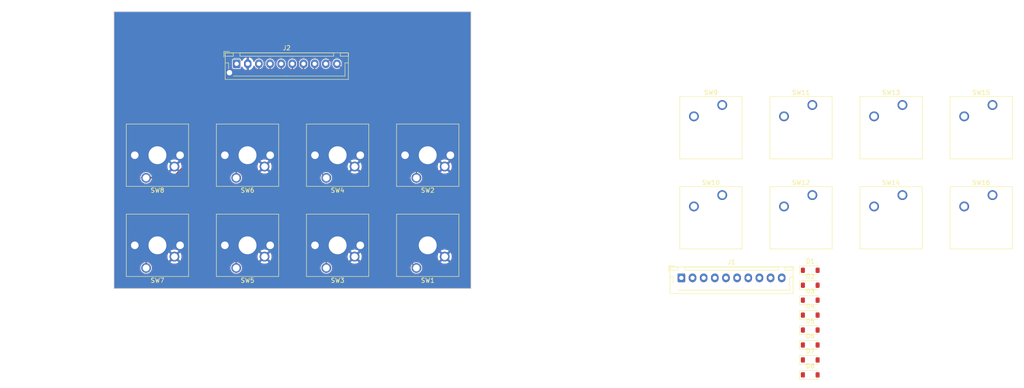
<source format=kicad_pcb>
(kicad_pcb (version 20221018) (generator pcbnew)
  (layers (0 "F.Cu" signal) (31 "B.Cu" signal) (34 "B.Paste" user) (35 "F.Paste" user) (36 "B.SilkS" user "B.Silkscreen") (37 "F.SilkS" user "F.Silkscreen") (38 "B.Mask" user) (39 "F.Mask" user) (44 "Edge.Cuts" user))
  (net 0 "")
  (net 1 "GND")
  (net 2 "Net-(J2-Pin_3)")
  (net 3 "Net-(J2-Pin_4)")
  (net 4 "Net-(D1-K)")
  (net 5 "Net-(D1-A)")
  (net 6 "Net-(D2-A)")
  (net 7 "Net-(D3-A)")
  (net 8 "Net-(D4-A)")
  (net 9 "Net-(D5-K)")
  (net 10 "Net-(D5-A)")
  (net 11 "Net-(D6-A)")
  (net 12 "Net-(D7-A)")
  (net 13 "Net-(D8-A)")
  (net 15 "Net-(J1-Pin_3)")
  (net 16 "Net-(J1-Pin_4)")
  (net 17 "Net-(J1-Pin_5)")
  (net 18 "Net-(J1-Pin_6)")
  (net 19 "Net-(J1-Pin_7)")
  (net 20 "Net-(J1-Pin_8)")
  (net 21 "Net-(J1-Pin_9)")
  (net 22 "Net-(J1-Pin_10)")
  (net 23 "Net-(J2-Pin_1)")
  (net 24 "Net-(J2-Pin_2)")
  (footprint "Connector_JST:JST_XH_B10B-XH-AM_1x10_P2.50mm_Vertical" (layer "F.Cu") (at 82.55 59.3)
    (fp_text reference "J2" (at 11.25 -3.55) (layer "F.SilkS"))
    (fp_text value "Switches")
    (fp_line (start -2.85 -2.75) (end -2.85 -1.5) (stroke (width 0.12)) (layer "F.SilkS"))
    (fp_line (start -2.56 -2.46) (end -2.56 3.51) (stroke (width 0.12)) (layer "F.SilkS"))
    (fp_line (start -2.56 3.51) (end 25.06 3.51) (stroke (width 0.12)) (layer "F.SilkS"))
    (fp_line (start -2.55 -2.45) (end -2.55 -1.7) (stroke (width 0.12)) (layer "F.SilkS"))
    (fp_line (start -2.55 -1.7) (end -0.75 -1.7) (stroke (width 0.12)) (layer "F.SilkS"))
    (fp_line (start -2.55 -0.2) (end -1.8 -0.2) (stroke (width 0.12)) (layer "F.SilkS"))
    (fp_line (start -1.8 -0.2) (end -1.8 1.14) (stroke (width 0.12)) (layer "F.SilkS"))
    (fp_line (start -1.6 -2.75) (end -2.85 -2.75) (stroke (width 0.12)) (layer "F.SilkS"))
    (fp_line (start -0.75 -2.45) (end -2.55 -2.45) (stroke (width 0.12)) (layer "F.SilkS"))
    (fp_line (start -0.75 -1.7) (end -0.75 -2.45) (stroke (width 0.12)) (layer "F.SilkS"))
    (fp_line (start 0.75 -2.45) (end 0.75 -1.7) (stroke (width 0.12)) (layer "F.SilkS"))
    (fp_line (start 0.75 -1.7) (end 21.75 -1.7) (stroke (width 0.12)) (layer "F.SilkS"))
    (fp_line (start 11.25 2.75) (end -0.74 2.75) (stroke (width 0.12)) (layer "F.SilkS"))
    (fp_line (start 21.75 -2.45) (end 0.75 -2.45) (stroke (width 0.12)) (layer "F.SilkS"))
    (fp_line (start 21.75 -1.7) (end 21.75 -2.45) (stroke (width 0.12)) (layer "F.SilkS"))
    (fp_line (start 23.25 -2.45) (end 23.25 -1.7) (stroke (width 0.12)) (layer "F.SilkS"))
    (fp_line (start 23.25 -1.7) (end 25.05 -1.7) (stroke (width 0.12)) (layer "F.SilkS"))
    (fp_line (start 24.3 -0.2) (end 24.3 2.75) (stroke (width 0.12)) (layer "F.SilkS"))
    (fp_line (start 24.3 2.75) (end 11.25 2.75) (stroke (width 0.12)) (layer "F.SilkS"))
    (fp_line (start 25.05 -2.45) (end 23.25 -2.45) (stroke (width 0.12)) (layer "F.SilkS"))
    (fp_line (start 25.05 -1.7) (end 25.05 -2.45) (stroke (width 0.12)) (layer "F.SilkS"))
    (fp_line (start 25.05 -0.2) (end 24.3 -0.2) (stroke (width 0.12)) (layer "F.SilkS"))
    (fp_line (start 25.06 -2.46) (end -2.56 -2.46) (stroke (width 0.12)) (layer "F.SilkS"))
    (fp_line (start 25.06 3.51) (end 25.06 -2.46) (stroke (width 0.12)) (layer "F.SilkS"))
    (pad "" np_thru_hole circle (at -1.6 2) (size 1.2 1.2) (drill 1.2) (layers "*.Cu" "*.Mask"))
    (pad "1" thru_hole roundrect (at 0 0) (size 1.7 1.95) (drill 0.95) (layers "*.Cu" "*.Mask") (roundrect_rratio 0.147059) (net 23 "Net-(J2-Pin_1)"))
    (pad "2" thru_hole oval (at 2.5 0) (size 1.7 1.95) (drill 0.95) (layers "*.Cu" "*.Mask") (net 24 "Net-(J2-Pin_2)"))
    (pad "3" thru_hole oval (at 5 0) (size 1.7 1.95) (drill 0.95) (layers "*.Cu" "*.Mask") (net 2 "Net-(J2-Pin_3)"))
    (pad "4" thru_hole oval (at 7.5 0) (size 1.7 1.95) (drill 0.95) (layers "*.Cu" "*.Mask") (net 3 "Net-(J2-Pin_4)"))
    (pad "5" thru_hole oval (at 10 0) (size 1.7 1.95) (drill 0.95) (layers "*.Cu" "*.Mask") (net 4 "Net-(D1-K)"))
    (pad "6" thru_hole oval (at 12.5 0) (size 1.7 1.95) (drill 0.95) (layers "*.Cu" "*.Mask") (net 9 "Net-(D5-K)"))
    (pad "7" thru_hole oval (at 15 0) (size 1.7 1.95) (drill 0.95) (layers "*.Cu" "*.Mask"))
    (pad "8" thru_hole oval (at 17.5 0) (size 1.7 1.95) (drill 0.95) (layers "*.Cu" "*.Mask"))
    (pad "9" thru_hole oval (at 20 0) (size 1.7 1.95) (drill 0.95) (layers "*.Cu" "*.Mask"))
    (pad "10" thru_hole oval (at 22.5 0) (size 1.7 1.95) (drill 0.95) (layers "*.Cu" "*.Mask"))
  )
  (footprint "Button_Switch_Keyboard:SW_Cherry_MX_1.00u_PCB" (layer "F.Cu") (at 231.835 88.745)
    (fp_text reference "SW14" (at -2.54 -2.794) (layer "F.SilkS"))
    (fp_text value "Rit")
    (fp_line (start -9.525 -1.905) (end 4.445 -1.905) (stroke (width 0.12)) (layer "F.SilkS"))
    (fp_line (start -9.525 12.065) (end -9.525 -1.905) (stroke (width 0.12)) (layer "F.SilkS"))
    (fp_line (start 4.445 -1.905) (end 4.445 12.065) (stroke (width 0.12)) (layer "F.SilkS"))
    (fp_line (start 4.445 12.065) (end -9.525 12.065) (stroke (width 0.12)) (layer "F.SilkS"))
    (pad "" np_thru_hole circle (at -7.62 5.08) (size 1.7 1.7) (drill 1.7) (layers "*.Cu" "*.Mask"))
    (pad "" np_thru_hole circle (at -2.54 5.08) (size 4 4) (drill 4) (layers "*.Cu" "*.Mask"))
    (pad "" np_thru_hole circle (at 2.54 5.08) (size 1.7 1.7) (drill 1.7) (layers "*.Cu" "*.Mask"))
    (pad "1" thru_hole circle (at 0 0) (size 2.2 2.2) (drill 1.5) (layers "*.Cu" "*.Mask") (net 17 "Net-(J1-Pin_5)"))
    (pad "2" thru_hole circle (at -6.35 2.54) (size 2.2 2.2) (drill 1.5) (layers "*.Cu" "*.Mask") (net 1 "GND"))
  )
  (footprint "Diode_SMD:D_SOD-123" (layer "F.Cu") (at 211.165 112.3)
    (fp_text reference "D3" (at 0 -2) (layer "F.SilkS"))
    (fp_text value "1N4148W")
    (fp_line (start -2.36 -1) (end -2.36 1) (stroke (width 0.12)) (layer "F.SilkS"))
    (fp_line (start -2.36 -1) (end 1.65 -1) (stroke (width 0.12)) (layer "F.SilkS"))
    (fp_line (start -2.36 1) (end 1.65 1) (stroke (width 0.12)) (layer "F.SilkS"))
    (pad "1" smd roundrect (at -1.65 0) (size 0.9 1.2) (layers "F.Cu" "F.Paste" "F.Mask") (net 4 "Net-(D1-K)"))
    (pad "2" smd roundrect (at 1.65 0) (size 0.9 1.2) (layers "F.Cu" "F.Paste" "F.Mask") (net 7 "Net-(D3-A)"))
  )
  (footprint "Button_Switch_Keyboard:SW_Cherry_MX_1.00u_PCB" (layer "F.Cu") (at 191.435 88.745)
    (fp_text reference "SW10" (at -2.54 -2.794) (layer "F.SilkS"))
    (fp_text value "Split")
    (fp_line (start -9.525 -1.905) (end 4.445 -1.905) (stroke (width 0.12)) (layer "F.SilkS"))
    (fp_line (start -9.525 12.065) (end -9.525 -1.905) (stroke (width 0.12)) (layer "F.SilkS"))
    (fp_line (start 4.445 -1.905) (end 4.445 12.065) (stroke (width 0.12)) (layer "F.SilkS"))
    (fp_line (start 4.445 12.065) (end -9.525 12.065) (stroke (width 0.12)) (layer "F.SilkS"))
    (pad "" np_thru_hole circle (at -7.62 5.08) (size 1.7 1.7) (drill 1.7) (layers "*.Cu" "*.Mask"))
    (pad "" np_thru_hole circle (at -2.54 5.08) (size 4 4) (drill 4) (layers "*.Cu" "*.Mask"))
    (pad "" np_thru_hole circle (at 2.54 5.08) (size 1.7 1.7) (drill 1.7) (layers "*.Cu" "*.Mask"))
    (pad "1" thru_hole circle (at 0 0) (size 2.2 2.2) (drill 1.5) (layers "*.Cu" "*.Mask") (net 21 "Net-(J1-Pin_9)"))
    (pad "2" thru_hole circle (at -6.35 2.54) (size 2.2 2.2) (drill 1.5) (layers "*.Cu" "*.Mask") (net 1 "GND"))
  )
  (footprint "Button_Switch_Keyboard:SW_Cherry_MX_1.00u_PCB" (layer "F.Cu") (at 102.66 105.08 180)
    (fp_text reference "SW3" (at -2.54 -2.794) (layer "F.SilkS"))
    (fp_text value "Mode")
    (fp_line (start -9.525 -1.905) (end 4.445 -1.905) (stroke (width 0.12)) (layer "F.SilkS"))
    (fp_line (start -9.525 12.065) (end -9.525 -1.905) (stroke (width 0.12)) (layer "F.SilkS"))
    (fp_line (start 4.445 -1.905) (end 4.445 12.065) (stroke (width 0.12)) (layer "F.SilkS"))
    (fp_line (start 4.445 12.065) (end -9.525 12.065) (stroke (width 0.12)) (layer "F.SilkS"))
    (pad "" np_thru_hole circle (at -7.62 5.08 180) (size 1.7 1.7) (drill 1.7) (layers "*.Cu" "*.Mask"))
    (pad "" np_thru_hole circle (at -2.54 5.08 180) (size 4 4) (drill 4) (layers "*.Cu" "*.Mask"))
    (pad "" np_thru_hole circle (at 2.54 5.08 180) (size 1.7 1.7) (drill 1.7) (layers "*.Cu" "*.Mask"))
    (pad "1" thru_hole circle (at 0 0 180) (size 2.2 2.2) (drill 1.5) (layers "*.Cu" "*.Mask") (net 2 "Net-(J2-Pin_3)"))
    (pad "2" thru_hole circle (at -6.35 2.54 180) (size 2.2 2.2) (drill 1.5) (layers "*.Cu" "*.Mask") (net 7 "Net-(D3-A)"))
  )
  (footprint "Diode_SMD:D_SOD-123" (layer "F.Cu") (at 211.165 119)
    (fp_text reference "D5" (at 0 -2) (layer "F.SilkS"))
    (fp_text value "1N4148W")
    (fp_line (start -2.36 -1) (end -2.36 1) (stroke (width 0.12)) (layer "F.SilkS"))
    (fp_line (start -2.36 -1) (end 1.65 -1) (stroke (width 0.12)) (layer "F.SilkS"))
    (fp_line (start -2.36 1) (end 1.65 1) (stroke (width 0.12)) (layer "F.SilkS"))
    (pad "1" smd roundrect (at -1.65 0) (size 0.9 1.2) (layers "F.Cu" "F.Paste" "F.Mask") (net 9 "Net-(D5-K)"))
    (pad "2" smd roundrect (at 1.65 0) (size 0.9 1.2) (layers "F.Cu" "F.Paste" "F.Mask") (net 10 "Net-(D5-A)"))
  )
  (footprint "Button_Switch_Keyboard:SW_Cherry_MX_1.00u_PCB" (layer "F.Cu") (at 211.635 68.545)
    (fp_text reference "SW11" (at -2.54 -2.794) (layer "F.SilkS"))
    (fp_text value "Mode")
    (fp_line (start -9.525 -1.905) (end 4.445 -1.905) (stroke (width 0.12)) (layer "F.SilkS"))
    (fp_line (start -9.525 12.065) (end -9.525 -1.905) (stroke (width 0.12)) (layer "F.SilkS"))
    (fp_line (start 4.445 -1.905) (end 4.445 12.065) (stroke (width 0.12)) (layer "F.SilkS"))
    (fp_line (start 4.445 12.065) (end -9.525 12.065) (stroke (width 0.12)) (layer "F.SilkS"))
    (pad "" np_thru_hole circle (at -7.62 5.08) (size 1.7 1.7) (drill 1.7) (layers "*.Cu" "*.Mask"))
    (pad "" np_thru_hole circle (at -2.54 5.08) (size 4 4) (drill 4) (layers "*.Cu" "*.Mask"))
    (pad "" np_thru_hole circle (at 2.54 5.08) (size 1.7 1.7) (drill 1.7) (layers "*.Cu" "*.Mask"))
    (pad "1" thru_hole circle (at 0 0) (size 2.2 2.2) (drill 1.5) (layers "*.Cu" "*.Mask") (net 20 "Net-(J1-Pin_8)"))
    (pad "2" thru_hole circle (at -6.35 2.54) (size 2.2 2.2) (drill 1.5) (layers "*.Cu" "*.Mask") (net 1 "GND"))
  )
  (footprint "Button_Switch_Keyboard:SW_Cherry_MX_1.00u_Plate" (layer "F.Cu") (at 191.435 68.545)
    (fp_text reference "SW9" (at -2.54 -2.794) (layer "F.SilkS"))
    (fp_text value "Generic")
    (fp_line (start -9.525 -1.905) (end 4.445 -1.905) (stroke (width 0.12)) (layer "F.SilkS"))
    (fp_line (start -9.525 12.065) (end -9.525 -1.905) (stroke (width 0.12)) (layer "F.SilkS"))
    (fp_line (start 4.445 -1.905) (end 4.445 12.065) (stroke (width 0.12)) (layer "F.SilkS"))
    (fp_line (start 4.445 12.065) (end -9.525 12.065) (stroke (width 0.12)) (layer "F.SilkS"))
    (pad "" np_thru_hole circle (at -2.54 5.08) (size 4 4) (drill 4) (layers "*.Cu" "*.Mask"))
    (pad "1" thru_hole circle (at 0 0) (size 2.2 2.2) (drill 1.5) (layers "*.Cu" "*.Mask") (net 22 "Net-(J1-Pin_10)"))
    (pad "2" thru_hole circle (at -6.35 2.54) (size 2.2 2.2) (drill 1.5) (layers "*.Cu" "*.Mask") (net 1 "GND"))
  )
  (footprint "Button_Switch_Keyboard:SW_Cherry_MX_1.00u_PCB" (layer "F.Cu") (at 231.835 68.545)
    (fp_text reference "SW13" (at -2.54 -2.794) (layer "F.SilkS"))
    (fp_text value "Cycle Memory")
    (fp_line (start -9.525 -1.905) (end 4.445 -1.905) (stroke (width 0.12)) (layer "F.SilkS"))
    (fp_line (start -9.525 12.065) (end -9.525 -1.905) (stroke (width 0.12)) (layer "F.SilkS"))
    (fp_line (start 4.445 -1.905) (end 4.445 12.065) (stroke (width 0.12)) (layer "F.SilkS"))
    (fp_line (start 4.445 12.065) (end -9.525 12.065) (stroke (width 0.12)) (layer "F.SilkS"))
    (pad "" np_thru_hole circle (at -7.62 5.08) (size 1.7 1.7) (drill 1.7) (layers "*.Cu" "*.Mask"))
    (pad "" np_thru_hole circle (at -2.54 5.08) (size 4 4) (drill 4) (layers "*.Cu" "*.Mask"))
    (pad "" np_thru_hole circle (at 2.54 5.08) (size 1.7 1.7) (drill 1.7) (layers "*.Cu" "*.Mask"))
    (pad "1" thru_hole circle (at 0 0) (size 2.2 2.2) (drill 1.5) (layers "*.Cu" "*.Mask") (net 18 "Net-(J1-Pin_6)"))
    (pad "2" thru_hole circle (at -6.35 2.54) (size 2.2 2.2) (drill 1.5) (layers "*.Cu" "*.Mask") (net 1 "GND"))
  )
  (footprint "Diode_SMD:D_SOD-123" (layer "F.Cu") (at 211.165 105.6)
    (fp_text reference "D1" (at 0 -2) (layer "F.SilkS"))
    (fp_text value "1N4148W")
    (fp_line (start -2.36 -1) (end -2.36 1) (stroke (width 0.12)) (layer "F.SilkS"))
    (fp_line (start -2.36 -1) (end 1.65 -1) (stroke (width 0.12)) (layer "F.SilkS"))
    (fp_line (start -2.36 1) (end 1.65 1) (stroke (width 0.12)) (layer "F.SilkS"))
    (pad "1" smd roundrect (at -1.65 0) (size 0.9 1.2) (layers "F.Cu" "F.Paste" "F.Mask") (net 4 "Net-(D1-K)"))
    (pad "2" smd roundrect (at 1.65 0) (size 0.9 1.2) (layers "F.Cu" "F.Paste" "F.Mask") (net 5 "Net-(D1-A)"))
  )
  (footprint "Button_Switch_Keyboard:SW_Cherry_MX_1.00u_PCB" (layer "F.Cu") (at 102.66 84.88 180)
    (fp_text reference "SW4" (at -2.54 -2.794) (layer "F.SilkS"))
    (fp_text value "Xit")
    (fp_line (start -9.525 -1.905) (end 4.445 -1.905) (stroke (width 0.12)) (layer "F.SilkS"))
    (fp_line (start -9.525 12.065) (end -9.525 -1.905) (stroke (width 0.12)) (layer "F.SilkS"))
    (fp_line (start 4.445 -1.905) (end 4.445 12.065) (stroke (width 0.12)) (layer "F.SilkS"))
    (fp_line (start 4.445 12.065) (end -9.525 12.065) (stroke (width 0.12)) (layer "F.SilkS"))
    (pad "" np_thru_hole circle (at -7.62 5.08 180) (size 1.7 1.7) (drill 1.7) (layers "*.Cu" "*.Mask"))
    (pad "" np_thru_hole circle (at -2.54 5.08 180) (size 4 4) (drill 4) (layers "*.Cu" "*.Mask"))
    (pad "" np_thru_hole circle (at 2.54 5.08 180) (size 1.7 1.7) (drill 1.7) (layers "*.Cu" "*.Mask"))
    (pad "1" thru_hole circle (at 0 0 180) (size 2.2 2.2) (drill 1.5) (layers "*.Cu" "*.Mask") (net 3 "Net-(J2-Pin_4)"))
    (pad "2" thru_hole circle (at -6.35 2.54 180) (size 2.2 2.2) (drill 1.5) (layers "*.Cu" "*.Mask") (net 8 "Net-(D4-A)"))
  )
  (footprint "Button_Switch_Keyboard:SW_Cherry_MX_1.00u_Plate" (layer "F.Cu") (at 122.86 105.08 180)
    (fp_text reference "SW1" (at -2.54 -2.794) (layer "F.SilkS"))
    (fp_text value "Generic")
    (fp_line (start -9.525 -1.905) (end 4.445 -1.905) (stroke (width 0.12)) (layer "F.SilkS"))
    (fp_line (start -9.525 12.065) (end -9.525 -1.905) (stroke (width 0.12)) (layer "F.SilkS"))
    (fp_line (start 4.445 -1.905) (end 4.445 12.065) (stroke (width 0.12)) (layer "F.SilkS"))
    (fp_line (start 4.445 12.065) (end -9.525 12.065) (stroke (width 0.12)) (layer "F.SilkS"))
    (pad "" np_thru_hole circle (at -2.54 5.08 180) (size 4 4) (drill 4) (layers "*.Cu" "*.Mask"))
    (pad "1" thru_hole circle (at 0 0 180) (size 2.2 2.2) (drill 1.5) (layers "*.Cu" "*.Mask") (net 23 "Net-(J2-Pin_1)"))
    (pad "2" thru_hole circle (at -6.35 2.54 180) (size 2.2 2.2) (drill 1.5) (layers "*.Cu" "*.Mask") (net 5 "Net-(D1-A)"))
  )
  (footprint "Button_Switch_Keyboard:SW_Cherry_MX_1.00u_PCB" (layer "F.Cu") (at 62.26 105.08 180)
    (fp_text reference "SW7" (at -2.54 -2.794) (layer "F.SilkS"))
    (fp_text value "Band")
    (fp_line (start -9.525 -1.905) (end 4.445 -1.905) (stroke (width 0.12)) (layer "F.SilkS"))
    (fp_line (start -9.525 12.065) (end -9.525 -1.905) (stroke (width 0.12)) (layer "F.SilkS"))
    (fp_line (start 4.445 -1.905) (end 4.445 12.065) (stroke (width 0.12)) (layer "F.SilkS"))
    (fp_line (start 4.445 12.065) (end -9.525 12.065) (stroke (width 0.12)) (layer "F.SilkS"))
    (pad "" np_thru_hole circle (at -7.62 5.08 180) (size 1.7 1.7) (drill 1.7) (layers "*.Cu" "*.Mask"))
    (pad "" np_thru_hole circle (at -2.54 5.08 180) (size 4 4) (drill 4) (layers "*.Cu" "*.Mask"))
    (pad "" np_thru_hole circle (at 2.54 5.08 180) (size 1.7 1.7) (drill 1.7) (layers "*.Cu" "*.Mask"))
    (pad "1" thru_hole circle (at 0 0 180) (size 2.2 2.2) (drill 1.5) (layers "*.Cu" "*.Mask") (net 2 "Net-(J2-Pin_3)"))
    (pad "2" thru_hole circle (at -6.35 2.54 180) (size 2.2 2.2) (drill 1.5) (layers "*.Cu" "*.Mask") (net 12 "Net-(D7-A)"))
  )
  (footprint "Button_Switch_Keyboard:SW_Cherry_MX_1.00u_PCB" (layer "F.Cu") (at 252.035 68.545)
    (fp_text reference "SW15" (at -2.54 -2.794) (layer "F.SilkS"))
    (fp_text value "Band")
    (fp_line (start -9.525 -1.905) (end 4.445 -1.905) (stroke (width 0.12)) (layer "F.SilkS"))
    (fp_line (start -9.525 12.065) (end -9.525 -1.905) (stroke (width 0.12)) (layer "F.SilkS"))
    (fp_line (start 4.445 -1.905) (end 4.445 12.065) (stroke (width 0.12)) (layer "F.SilkS"))
    (fp_line (start 4.445 12.065) (end -9.525 12.065) (stroke (width 0.12)) (layer "F.SilkS"))
    (pad "" np_thru_hole circle (at -7.62 5.08) (size 1.7 1.7) (drill 1.7) (layers "*.Cu" "*.Mask"))
    (pad "" np_thru_hole circle (at -2.54 5.08) (size 4 4) (drill 4) (layers "*.Cu" "*.Mask"))
    (pad "" np_thru_hole circle (at 2.54 5.08) (size 1.7 1.7) (drill 1.7) (layers "*.Cu" "*.Mask"))
    (pad "1" thru_hole circle (at 0 0) (size 2.2 2.2) (drill 1.5) (layers "*.Cu" "*.Mask") (net 16 "Net-(J1-Pin_4)"))
    (pad "2" thru_hole circle (at -6.35 2.54) (size 2.2 2.2) (drill 1.5) (layers "*.Cu" "*.Mask") (net 1 "GND"))
  )
  (footprint "Button_Switch_Keyboard:SW_Cherry_MX_1.00u_PCB" (layer "F.Cu") (at 122.86 84.88 180)
    (fp_text reference "SW2" (at -2.54 -2.794) (layer "F.SilkS"))
    (fp_text value "Split")
    (fp_line (start -9.525 -1.905) (end 4.445 -1.905) (stroke (width 0.12)) (layer "F.SilkS"))
    (fp_line (start -9.525 12.065) (end -9.525 -1.905) (stroke (width 0.12)) (layer "F.SilkS"))
    (fp_line (start 4.445 -1.905) (end 4.445 12.065) (stroke (width 0.12)) (layer "F.SilkS"))
    (fp_line (start 4.445 12.065) (end -9.525 12.065) (stroke (width 0.12)) (layer "F.SilkS"))
    (pad "" np_thru_hole circle (at -7.62 5.08 180) (size 1.7 1.7) (drill 1.7) (layers "*.Cu" "*.Mask"))
    (pad "" np_thru_hole circle (at -2.54 5.08 180) (size 4 4) (drill 4) (layers "*.Cu" "*.Mask"))
    (pad "" np_thru_hole circle (at 2.54 5.08 180) (size 1.7 1.7) (drill 1.7) (layers "*.Cu" "*.Mask"))
    (pad "1" thru_hole circle (at 0 0 180) (size 2.2 2.2) (drill 1.5) (layers "*.Cu" "*.Mask") (net 24 "Net-(J2-Pin_2)"))
    (pad "2" thru_hole circle (at -6.35 2.54 180) (size 2.2 2.2) (drill 1.5) (layers "*.Cu" "*.Mask") (net 6 "Net-(D2-A)"))
  )
  (footprint "Button_Switch_Keyboard:SW_Cherry_MX_1.00u_PCB" (layer "F.Cu") (at 82.46 105.08 180)
    (fp_text reference "SW5" (at -2.54 -2.794) (layer "F.SilkS"))
    (fp_text value "Cycle Memory")
    (fp_line (start -9.525 -1.905) (end 4.445 -1.905) (stroke (width 0.12)) (layer "F.SilkS"))
    (fp_line (start -9.525 12.065) (end -9.525 -1.905) (stroke (width 0.12)) (layer "F.SilkS"))
    (fp_line (start 4.445 -1.905) (end 4.445 12.065) (stroke (width 0.12)) (layer "F.SilkS"))
    (fp_line (start 4.445 12.065) (end -9.525 12.065) (stroke (width 0.12)) (layer "F.SilkS"))
    (pad "" np_thru_hole circle (at -7.62 5.08 180) (size 1.7 1.7) (drill 1.7) (layers "*.Cu" "*.Mask"))
    (pad "" np_thru_hole circle (at -2.54 5.08 180) (size 4 4) (drill 4) (layers "*.Cu" "*.Mask"))
    (pad "" np_thru_hole circle (at 2.54 5.08 180) (size 1.7 1.7) (drill 1.7) (layers "*.Cu" "*.Mask"))
    (pad "1" thru_hole circle (at 0 0 180) (size 2.2 2.2) (drill 1.5) (layers "*.Cu" "*.Mask") (net 23 "Net-(J2-Pin_1)"))
    (pad "2" thru_hole circle (at -6.35 2.54 180) (size 2.2 2.2) (drill 1.5) (layers "*.Cu" "*.Mask") (net 10 "Net-(D5-A)"))
  )
  (footprint "Button_Switch_Keyboard:SW_Cherry_MX_1.00u_PCB" (layer "F.Cu") (at 252.035 88.745)
    (fp_text reference "SW16" (at -2.54 -2.794) (layer "F.SilkS"))
    (fp_text value "On/Off")
    (fp_line (start -9.525 -1.905) (end 4.445 -1.905) (stroke (width 0.12)) (layer "F.SilkS"))
    (fp_line (start -9.525 12.065) (end -9.525 -1.905) (stroke (width 0.12)) (layer "F.SilkS"))
    (fp_line (start 4.445 -1.905) (end 4.445 12.065) (stroke (width 0.12)) (layer "F.SilkS"))
    (fp_line (start 4.445 12.065) (end -9.525 12.065) (stroke (width 0.12)) (layer "F.SilkS"))
    (pad "" np_thru_hole circle (at -7.62 5.08) (size 1.7 1.7) (drill 1.7) (layers "*.Cu" "*.Mask"))
    (pad "" np_thru_hole circle (at -2.54 5.08) (size 4 4) (drill 4) (layers "*.Cu" "*.Mask"))
    (pad "" np_thru_hole circle (at 2.54 5.08) (size 1.7 1.7) (drill 1.7) (layers "*.Cu" "*.Mask"))
    (pad "1" thru_hole circle (at 0 0) (size 2.2 2.2) (drill 1.5) (layers "*.Cu" "*.Mask") (net 15 "Net-(J1-Pin_3)"))
    (pad "2" thru_hole circle (at -6.35 2.54) (size 2.2 2.2) (drill 1.5) (layers "*.Cu" "*.Mask") (net 1 "GND"))
  )
  (footprint "Diode_SMD:D_SOD-123" (layer "F.Cu") (at 211.165 108.95)
    (fp_text reference "D2" (at 0 -2) (layer "F.SilkS"))
    (fp_text value "1N4148W")
    (fp_line (start -2.36 -1) (end -2.36 1) (stroke (width 0.12)) (layer "F.SilkS"))
    (fp_line (start -2.36 -1) (end 1.65 -1) (stroke (width 0.12)) (layer "F.SilkS"))
    (fp_line (start -2.36 1) (end 1.65 1) (stroke (width 0.12)) (layer "F.SilkS"))
    (pad "1" smd roundrect (at -1.65 0) (size 0.9 1.2) (layers "F.Cu" "F.Paste" "F.Mask") (net 4 "Net-(D1-K)"))
    (pad "2" smd roundrect (at 1.65 0) (size 0.9 1.2) (layers "F.Cu" "F.Paste" "F.Mask") (net 6 "Net-(D2-A)"))
  )
  (footprint "Button_Switch_Keyboard:SW_Cherry_MX_1.00u_PCB" (layer "F.Cu") (at 82.46 84.88 180)
    (fp_text reference "SW6" (at -2.54 -2.794) (layer "F.SilkS"))
    (fp_text value "Rit")
    (fp_line (start -9.525 -1.905) (end 4.445 -1.905) (stroke (width 0.12)) (layer "F.SilkS"))
    (fp_line (start -9.525 12.065) (end -9.525 -1.905) (stroke (width 0.12)) (layer "F.SilkS"))
    (fp_line (start 4.445 -1.905) (end 4.445 12.065) (stroke (width 0.12)) (layer "F.SilkS"))
    (fp_line (start 4.445 12.065) (end -9.525 12.065) (stroke (width 0.12)) (layer "F.SilkS"))
    (pad "" np_thru_hole circle (at -7.62 5.08 180) (size 1.7 1.7) (drill 1.7) (layers "*.Cu" "*.Mask"))
    (pad "" np_thru_hole circle (at -2.54 5.08 180) (size 4 4) (drill 4) (layers "*.Cu" "*.Mask"))
    (pad "" np_thru_hole circle (at 2.54 5.08 180) (size 1.7 1.7) (drill 1.7) (layers "*.Cu" "*.Mask"))
    (pad "1" thru_hole circle (at 0 0 180) (size 2.2 2.2) (drill 1.5) (layers "*.Cu" "*.Mask") (net 24 "Net-(J2-Pin_2)"))
    (pad "2" thru_hole circle (at -6.35 2.54 180) (size 2.2 2.2) (drill 1.5) (layers "*.Cu" "*.Mask") (net 11 "Net-(D6-A)"))
  )
  (footprint "Diode_SMD:D_SOD-123" (layer "F.Cu") (at 211.165 125.7)
    (fp_text reference "D7" (at 0 -2) (layer "F.SilkS"))
    (fp_text value "1N4148W")
    (fp_line (start -2.36 -1) (end -2.36 1) (stroke (width 0.12)) (layer "F.SilkS"))
    (fp_line (start -2.36 -1) (end 1.65 -1) (stroke (width 0.12)) (layer "F.SilkS"))
    (fp_line (start -2.36 1) (end 1.65 1) (stroke (width 0.12)) (layer "F.SilkS"))
    (pad "1" smd roundrect (at -1.65 0) (size 0.9 1.2) (layers "F.Cu" "F.Paste" "F.Mask") (net 9 "Net-(D5-K)"))
    (pad "2" smd roundrect (at 1.65 0) (size 0.9 1.2) (layers "F.Cu" "F.Paste" "F.Mask") (net 12 "Net-(D7-A)"))
  )
  (footprint "Diode_SMD:D_SOD-123" (layer "F.Cu") (at 211.165 122.35)
    (fp_text reference "D6" (at 0 -2) (layer "F.SilkS"))
    (fp_text value "1N4148W")
    (fp_line (start -2.36 -1) (end -2.36 1) (stroke (width 0.12)) (layer "F.SilkS"))
    (fp_line (start -2.36 -1) (end 1.65 -1) (stroke (width 0.12)) (layer "F.SilkS"))
    (fp_line (start -2.36 1) (end 1.65 1) (stroke (width 0.12)) (layer "F.SilkS"))
    (pad "1" smd roundrect (at -1.65 0) (size 0.9 1.2) (layers "F.Cu" "F.Paste" "F.Mask") (net 9 "Net-(D5-K)"))
    (pad "2" smd roundrect (at 1.65 0) (size 0.9 1.2) (layers "F.Cu" "F.Paste" "F.Mask") (net 11 "Net-(D6-A)"))
  )
  (footprint "Diode_SMD:D_SOD-123" (layer "F.Cu") (at 211.165 129.05)
    (fp_text reference "D8" (at 0 -2) (layer "F.SilkS"))
    (fp_text value "1N4148W")
    (fp_line (start -2.36 -1) (end -2.36 1) (stroke (width 0.12)) (layer "F.SilkS"))
    (fp_line (start -2.36 -1) (end 1.65 -1) (stroke (width 0.12)) (layer "F.SilkS"))
    (fp_line (start -2.36 1) (end 1.65 1) (stroke (width 0.12)) (layer "F.SilkS"))
    (pad "1" smd roundrect (at -1.65 0) (size 0.9 1.2) (layers "F.Cu" "F.Paste" "F.Mask") (net 9 "Net-(D5-K)"))
    (pad "2" smd roundrect (at 1.65 0) (size 0.9 1.2) (layers "F.Cu" "F.Paste" "F.Mask") (net 13 "Net-(D8-A)"))
  )
  (footprint "Button_Switch_Keyboard:SW_Cherry_MX_1.00u_PCB" (layer "F.Cu") (at 211.635 88.745)
    (fp_text reference "SW12" (at -2.54 -2.794) (layer "F.SilkS"))
    (fp_text value "Xit")
    (fp_line (start -9.525 -1.905) (end 4.445 -1.905) (stroke (width 0.12)) (layer "F.SilkS"))
    (fp_line (start -9.525 12.065) (end -9.525 -1.905) (stroke (width 0.12)) (layer "F.SilkS"))
    (fp_line (start 4.445 -1.905) (end 4.445 12.065) (stroke (width 0.12)) (layer "F.SilkS"))
    (fp_line (start 4.445 12.065) (end -9.525 12.065) (stroke (width 0.12)) (layer "F.SilkS"))
    (pad "" np_thru_hole circle (at -7.62 5.08) (size 1.7 1.7) (drill 1.7) (layers "*.Cu" "*.Mask"))
    (pad "" np_thru_hole circle (at -2.54 5.08) (size 4 4) (drill 4) (layers "*.Cu" "*.Mask"))
    (pad "" np_thru_hole circle (at 2.54 5.08) (size 1.7 1.7) (drill 1.7) (layers "*.Cu" "*.Mask"))
    (pad "1" thru_hole circle (at 0 0) (size 2.2 2.2) (drill 1.5) (layers "*.Cu" "*.Mask") (net 19 "Net-(J1-Pin_7)"))
    (pad "2" thru_hole circle (at -6.35 2.54) (size 2.2 2.2) (drill 1.5) (layers "*.Cu" "*.Mask") (net 1 "GND"))
  )
  (footprint "Connector_JST:JST_XH_B10B-XH-AM_1x10_P2.50mm_Vertical" (layer "F.Cu") (at 182.27 107.3)
    (fp_text reference "J1" (at 11.25 -3.55) (layer "F.SilkS"))
    (fp_text value "Switches")
    (fp_line (start -2.85 -2.75) (end -2.85 -1.5) (stroke (width 0.12)) (layer "F.SilkS"))
    (fp_line (start -2.56 -2.46) (end -2.56 3.51) (stroke (width 0.12)) (layer "F.SilkS"))
    (fp_line (start -2.56 3.51) (end 25.06 3.51) (stroke (width 0.12)) (layer "F.SilkS"))
    (fp_line (start -2.55 -2.45) (end -2.55 -1.7) (stroke (width 0.12)) (layer "F.SilkS"))
    (fp_line (start -2.55 -1.7) (end -0.75 -1.7) (stroke (width 0.12)) (layer "F.SilkS"))
    (fp_line (start -2.55 -0.2) (end -1.8 -0.2) (stroke (width 0.12)) (layer "F.SilkS"))
    (fp_line (start -1.8 -0.2) (end -1.8 1.14) (stroke (width 0.12)) (layer "F.SilkS"))
    (fp_line (start -1.6 -2.75) (end -2.85 -2.75) (stroke (width 0.12)) (layer "F.SilkS"))
    (fp_line (start -0.75 -2.45) (end -2.55 -2.45) (stroke (width 0.12)) (layer "F.SilkS"))
    (fp_line (start -0.75 -1.7) (end -0.75 -2.45) (stroke (width 0.12)) (layer "F.SilkS"))
    (fp_line (start 0.75 -2.45) (end 0.75 -1.7) (stroke (width 0.12)) (layer "F.SilkS"))
    (fp_line (start 0.75 -1.7) (end 21.75 -1.7) (stroke (width 0.12)) (layer "F.SilkS"))
    (fp_line (start 11.25 2.75) (end -0.74 2.75) (stroke (width 0.12)) (layer "F.SilkS"))
    (fp_line (start 21.75 -2.45) (end 0.75 -2.45) (stroke (width 0.12)) (layer "F.SilkS"))
    (fp_line (start 21.75 -1.7) (end 21.75 -2.45) (stroke (width 0.12)) (layer "F.SilkS"))
    (fp_line (start 23.25 -2.45) (end 23.25 -1.7) (stroke (width 0.12)) (layer "F.SilkS"))
    (fp_line (start 23.25 -1.7) (end 25.05 -1.7) (stroke (width 0.12)) (layer "F.SilkS"))
    (fp_line (start 24.3 -0.2) (end 24.3 2.75) (stroke (width 0.12)) (layer "F.SilkS"))
    (fp_line (start 24.3 2.75) (end 11.25 2.75) (stroke (width 0.12)) (layer "F.SilkS"))
    (fp_line (start 25.05 -2.45) (end 23.25 -2.45) (stroke (width 0.12)) (layer "F.SilkS"))
    (fp_line (start 25.05 -1.7) (end 25.05 -2.45) (stroke (width 0.12)) (layer "F.SilkS"))
    (fp_line (start 25.05 -0.2) (end 24.3 -0.2) (stroke (width 0.12)) (layer "F.SilkS"))
    (fp_line (start 25.06 -2.46) (end -2.56 -2.46) (stroke (width 0.12)) (layer "F.SilkS"))
    (fp_line (start 25.06 3.51) (end 25.06 -2.46) (stroke (width 0.12)) (layer "F.SilkS"))
    (pad "" np_thru_hole circle (at -1.6 2) (size 1.2 1.2) (drill 1.2) (layers "*.Cu" "*.Mask"))
    (pad "1" thru_hole roundrect (at 0 0) (size 1.7 1.95) (drill 0.95) (layers "*.Cu" "*.Mask") (roundrect_rratio 0.147059))
    (pad "2" thru_hole oval (at 2.5 0) (size 1.7 1.95) (drill 0.95) (layers "*.Cu" "*.Mask") (net 1 "GND"))
    (pad "3" thru_hole oval (at 5 0) (size 1.7 1.95) (drill 0.95) (layers "*.Cu" "*.Mask") (net 15 "Net-(J1-Pin_3)"))
    (pad "4" thru_hole oval (at 7.5 0) (size 1.7 1.95) (drill 0.95) (layers "*.Cu" "*.Mask") (net 16 "Net-(J1-Pin_4)"))
    (pad "5" thru_hole oval (at 10 0) (size 1.7 1.95) (drill 0.95) (layers "*.Cu" "*.Mask") (net 17 "Net-(J1-Pin_5)"))
    (pad "6" thru_hole oval (at 12.5 0) (size 1.7 1.95) (drill 0.95) (layers "*.Cu" "*.Mask") (net 18 "Net-(J1-Pin_6)"))
    (pad "7" thru_hole oval (at 15 0) (size 1.7 1.95) (drill 0.95) (layers "*.Cu" "*.Mask") (net 19 "Net-(J1-Pin_7)"))
    (pad "8" thru_hole oval (at 17.5 0) (size 1.7 1.95) (drill 0.95) (layers "*.Cu" "*.Mask") (net 20 "Net-(J1-Pin_8)"))
    (pad "9" thru_hole oval (at 20 0) (size 1.7 1.95) (drill 0.95) (layers "*.Cu" "*.Mask") (net 21 "Net-(J1-Pin_9)"))
    (pad "10" thru_hole oval (at 22.5 0) (size 1.7 1.95) (drill 0.95) (layers "*.Cu" "*.Mask") (net 22 "Net-(J1-Pin_10)"))
  )
  (footprint "Button_Switch_Keyboard:SW_Cherry_MX_1.00u_PCB" (layer "F.Cu") (at 62.26 84.88 180)
    (fp_text reference "SW8" (at -2.54 -2.794) (layer "F.SilkS"))
    (fp_text value "On/Off")
    (fp_line (start -9.525 -1.905) (end 4.445 -1.905) (stroke (width 0.12)) (layer "F.SilkS"))
    (fp_line (start -9.525 12.065) (end -9.525 -1.905) (stroke (width 0.12)) (layer "F.SilkS"))
    (fp_line (start 4.445 -1.905) (end 4.445 12.065) (stroke (width 0.12)) (layer "F.SilkS"))
    (fp_line (start 4.445 12.065) (end -9.525 12.065) (stroke (width 0.12)) (layer "F.SilkS"))
    (pad "" np_thru_hole circle (at -7.62 5.08 180) (size 1.7 1.7) (drill 1.7) (layers "*.Cu" "*.Mask"))
    (pad "" np_thru_hole circle (at -2.54 5.08 180) (size 4 4) (drill 4) (layers "*.Cu" "*.Mask"))
    (pad "" np_thru_hole circle (at 2.54 5.08 180) (size 1.7 1.7) (drill 1.7) (layers "*.Cu" "*.Mask"))
    (pad "1" thru_hole circle (at 0 0 180) (size 2.2 2.2) (drill 1.5) (layers "*.Cu" "*.Mask") (net 3 "Net-(J2-Pin_4)"))
    (pad "2" thru_hole circle (at -6.35 2.54 180) (size 2.2 2.2) (drill 1.5) (layers "*.Cu" "*.Mask") (net 13 "Net-(D8-A)"))
  )
  (footprint "Diode_SMD:D_SOD-123" (layer "F.Cu") (at 211.165 115.65)
    (fp_text reference "D4" (at 0 -2) (layer "F.SilkS"))
    (fp_text value "1N4148W")
    (fp_line (start -2.36 -1) (end -2.36 1) (stroke (width 0.12)) (layer "F.SilkS"))
    (fp_line (start -2.36 -1) (end 1.65 -1) (stroke (width 0.12)) (layer "F.SilkS"))
    (fp_line (start -2.36 1) (end 1.65 1) (stroke (width 0.12)) (layer "F.SilkS"))
    (pad "1" smd roundrect (at -1.65 0) (size 0.9 1.2) (layers "F.Cu" "F.Paste" "F.Mask") (net 4 "Net-(D1-K)"))
    (pad "2" smd roundrect (at 1.65 0) (size 0.9 1.2) (layers "F.Cu" "F.Paste" "F.Mask") (net 8 "Net-(D4-A)"))
  )
  (gr_rect (start 55.05 47.6) (end 135.1 109.7) (stroke (width 0.15)) (fill none) (layer "Edge.Cuts"))
  (segment (start 103.85 58) (end 105.575 58) (width 0.25) (layer "F.Cu") (net 0))
  (segment (start 112.225 94.445) (end 122.86 105.08) (width 0.25) (layer "F.Cu") (net 0))
  (segment (start 92.55 69.244796) (end 82.46 79.334796) (width 0.25) (layer "F.Cu") (net 0))
  (segment (start 95.05 86.248858) (end 82.46 98.838858) (width 0.25) (layer "F.Cu") (net 0))
  (segment (start 82.46 79.334796) (end 82.46 84.88) (width 0.25) (layer "F.Cu") (net 0))
  (segment (start 102.55 59.3) (end 103.85 58) (width 0.25) (layer "F.Cu") (net 0))
  (segment (start 105.575 58) (end 122.86 75.285) (width 0.25) (layer "F.Cu") (net 0))
  (segment (start 105.05 59.3) (end 112.225 66.475) (width 0.25) (layer "F.Cu") (net 0))
  (segment (start 92.55 59.3) (end 92.55 69.244796) (width 0.25) (layer "F.Cu") (net 0))
  (segment (start 82.46 98.838858) (end 82.46 105.08) (width 0.25) (layer "F.Cu") (net 0))
  (segment (start 95.05 59.3) (end 95.05 86.248858) (width 0.25) (layer "F.Cu") (net 0))
  (segment (start 82.46 84.88) (end 82.925204 84.88) (width 0.25) (layer "F.Cu") (net 0))
  (segment (start 122.86 75.285) (end 122.86 84.88) (width 0.25) (layer "F.Cu") (net 0))
  (segment (start 112.225 66.475) (end 112.225 94.445) (width 0.25) (layer "F.Cu") (net 0))
  (segment (start 102.66 99.065) (end 102.66 105.08) (width 0.25) (layer "F.Cu") (net 2))
  (segment (start 100.05 59.3) (end 100.05 78.2916) (width 0.25) (layer "F.Cu") (net 2))
  (segment (start 107.525 85.7666) (end 107.525 94.2) (width 0.25) (layer "F.Cu") (net 2))
  (segment (start 62.26 84.88) (end 63.421142 84.88) (width 0.25) (layer "F.Cu") (net 2))
  (segment (start 107.525 94.2) (end 102.66 99.065) (width 0.25) (layer "F.Cu") (net 2))
  (segment (start 63.421142 84.88) (end 87.55 60.751142) (width 0.25) (layer "F.Cu") (net 2))
  (segment (start 87.55 60.751142) (end 87.55 59.3) (width 0.25) (layer "F.Cu") (net 2))
  (segment (start 100.05 78.2916) (end 107.525 85.7666) (width 0.25) (layer "F.Cu") (net 2))
  (segment (start 62.26 90.705255) (end 62.26 105.08) (width 0.25) (layer "F.Cu") (net 3))
  (segment (start 90.05 59.3) (end 90.05 62.915255) (width 0.25) (layer "F.Cu") (net 3))
  (segment (start 90.05 62.915255) (end 62.26 90.705255) (width 0.25) (layer "F.Cu") (net 3))
  (segment (start 97.55 79.77) (end 102.66 84.88) (width 0.25) (layer "F.Cu") (net 3))
  (segment (start 97.55 59.3) (end 97.55 79.77) (width 0.25) (layer "F.Cu") (net 3))
  (zone (net 1) (net_name "GND") (layers "F&B.Cu") (connect_pads (clearance 0)) (min_thickness 0.25) (fill yes (thermal_gap 0.5) (thermal_bridge_width 0.5))
    (polygon (pts (xy 154.75 45) (xy 154.75 119.25) (xy 29.5 119.25) (xy 29.5 45.25) (xy 29.75 45) (xy 154.5 45)))
  )
)
</source>
